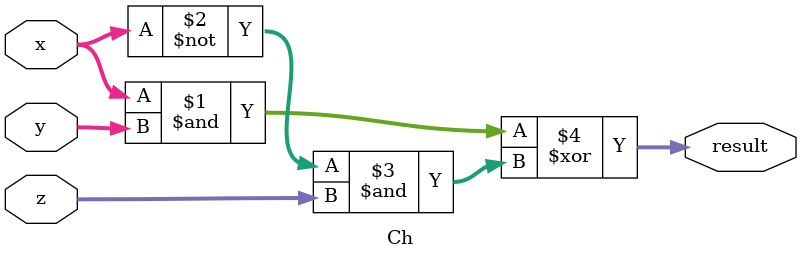
<source format=v>
module Ch 
  (
  input [31:0] x,
  input [31:0] y,
  input [31:0] z,
  output [31:0] result
  );

    assign result = (x & y) ^ (~x & z);

endmodule
</source>
